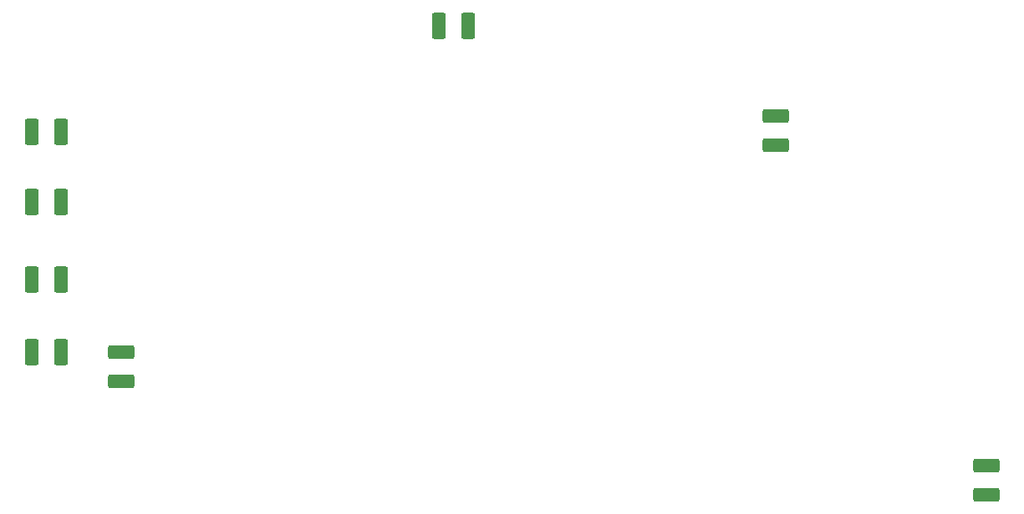
<source format=gbr>
%TF.GenerationSoftware,KiCad,Pcbnew,(6.0.5)*%
%TF.CreationDate,2022-05-15T12:42:04+02:00*%
%TF.ProjectId,pid_controller,7069645f-636f-46e7-9472-6f6c6c65722e,1.0*%
%TF.SameCoordinates,Original*%
%TF.FileFunction,Paste,Top*%
%TF.FilePolarity,Positive*%
%FSLAX46Y46*%
G04 Gerber Fmt 4.6, Leading zero omitted, Abs format (unit mm)*
G04 Created by KiCad (PCBNEW (6.0.5)) date 2022-05-15 12:42:04*
%MOMM*%
%LPD*%
G01*
G04 APERTURE LIST*
G04 Aperture macros list*
%AMRoundRect*
0 Rectangle with rounded corners*
0 $1 Rounding radius*
0 $2 $3 $4 $5 $6 $7 $8 $9 X,Y pos of 4 corners*
0 Add a 4 corners polygon primitive as box body*
4,1,4,$2,$3,$4,$5,$6,$7,$8,$9,$2,$3,0*
0 Add four circle primitives for the rounded corners*
1,1,$1+$1,$2,$3*
1,1,$1+$1,$4,$5*
1,1,$1+$1,$6,$7*
1,1,$1+$1,$8,$9*
0 Add four rect primitives between the rounded corners*
20,1,$1+$1,$2,$3,$4,$5,0*
20,1,$1+$1,$4,$5,$6,$7,0*
20,1,$1+$1,$6,$7,$8,$9,0*
20,1,$1+$1,$8,$9,$2,$3,0*%
G04 Aperture macros list end*
%ADD10RoundRect,0.250001X0.462499X1.074999X-0.462499X1.074999X-0.462499X-1.074999X0.462499X-1.074999X0*%
%ADD11RoundRect,0.250001X1.074999X-0.462499X1.074999X0.462499X-1.074999X0.462499X-1.074999X-0.462499X0*%
%ADD12RoundRect,0.250001X-1.074999X0.462499X-1.074999X-0.462499X1.074999X-0.462499X1.074999X0.462499X0*%
%ADD13RoundRect,0.250001X-0.462499X-1.074999X0.462499X-1.074999X0.462499X1.074999X-0.462499X1.074999X0*%
G04 APERTURE END LIST*
D10*
%TO.C,R5*%
X128589100Y-66446400D03*
X125614100Y-66446400D03*
%TD*%
D11*
%TO.C,R3*%
X181102000Y-114060300D03*
X181102000Y-111085300D03*
%TD*%
D12*
%TO.C,R1*%
X159766000Y-75626900D03*
X159766000Y-78601900D03*
%TD*%
D11*
%TO.C,R11*%
X93472000Y-102579500D03*
X93472000Y-99604500D03*
%TD*%
D13*
%TO.C,R15*%
X84364500Y-92202000D03*
X87339500Y-92202000D03*
%TD*%
%TO.C,R7*%
X84364500Y-84328000D03*
X87339500Y-84328000D03*
%TD*%
%TO.C,R13*%
X84364500Y-99568000D03*
X87339500Y-99568000D03*
%TD*%
%TO.C,R9*%
X84364500Y-77216000D03*
X87339500Y-77216000D03*
%TD*%
M02*

</source>
